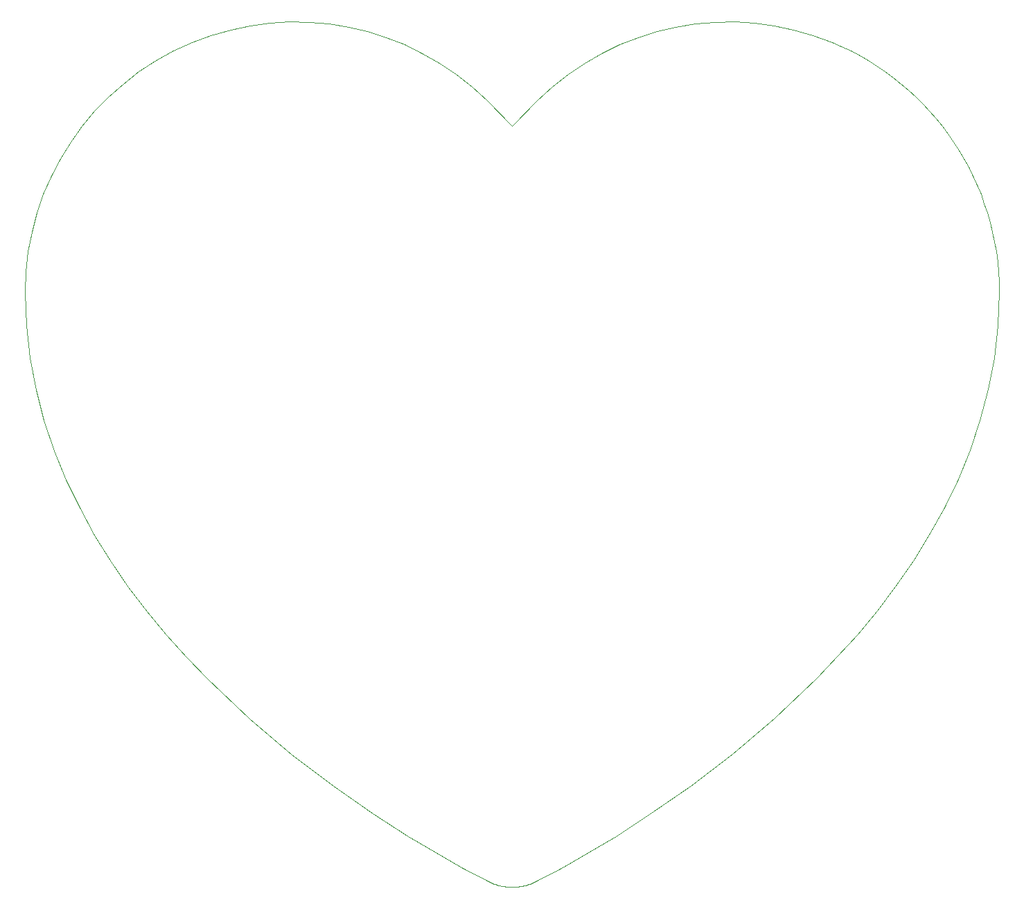
<source format=gbr>
%TF.GenerationSoftware,KiCad,Pcbnew,7.0.9*%
%TF.CreationDate,2025-02-08T08:35:37+01:00*%
%TF.ProjectId,heart,68656172-742e-46b6-9963-61645f706362,rev?*%
%TF.SameCoordinates,Original*%
%TF.FileFunction,Profile,NP*%
%FSLAX46Y46*%
G04 Gerber Fmt 4.6, Leading zero omitted, Abs format (unit mm)*
G04 Created by KiCad (PCBNEW 7.0.9) date 2025-02-08 08:35:37*
%MOMM*%
%LPD*%
G01*
G04 APERTURE LIST*
%TA.AperFunction,Profile*%
%ADD10C,0.100000*%
%TD*%
G04 APERTURE END LIST*
D10*
X178645911Y-48339186D02*
X181056147Y-48659079D01*
X183451766Y-49159444D01*
X185823055Y-49842211D01*
X188160299Y-50709312D01*
X189306077Y-51209426D01*
X190425970Y-51749170D01*
X191519290Y-52327515D01*
X192585350Y-52943431D01*
X193623462Y-53595889D01*
X194632937Y-54283860D01*
X195613089Y-55006313D01*
X196563228Y-55762220D01*
X197482668Y-56550551D01*
X198370721Y-57370276D01*
X199226698Y-58220367D01*
X200049912Y-59099792D01*
X200839675Y-60007524D01*
X201595299Y-60942533D01*
X202316096Y-61903789D01*
X203001379Y-62890262D01*
X203650459Y-63900923D01*
X204262650Y-64934743D01*
X204837262Y-65990693D01*
X205373609Y-67067742D01*
X205871001Y-68164861D01*
X206328753Y-69281022D01*
X206746174Y-70415193D01*
X207122579Y-71566347D01*
X207457279Y-72733452D01*
X207749586Y-73915481D01*
X207998812Y-75111403D01*
X208204270Y-76320189D01*
X208365271Y-77540810D01*
X208481128Y-78772235D01*
X208551153Y-80013436D01*
X208574659Y-81263383D01*
X208418766Y-85334723D01*
X207964066Y-89305059D01*
X207230028Y-93172761D01*
X206236120Y-96936198D01*
X205001810Y-100593740D01*
X203546566Y-104143758D01*
X201889856Y-107584620D01*
X200051150Y-110914698D01*
X198049914Y-114132359D01*
X195905619Y-117235975D01*
X193637731Y-120223915D01*
X191265719Y-123094548D01*
X186287196Y-128477375D01*
X181125796Y-133371414D01*
X175937267Y-137763623D01*
X170877353Y-141640960D01*
X166101802Y-144990384D01*
X161766360Y-147798853D01*
X155038786Y-151740756D01*
X151940601Y-153362335D01*
X151770269Y-153441867D01*
X151597992Y-153516423D01*
X151423880Y-153585979D01*
X151248043Y-153650510D01*
X151070590Y-153709991D01*
X150891632Y-153764396D01*
X150711278Y-153813701D01*
X150529639Y-153857881D01*
X150346823Y-153896910D01*
X150162942Y-153930764D01*
X149978104Y-153959417D01*
X149792420Y-153982845D01*
X149606000Y-154001023D01*
X149418953Y-154013925D01*
X149231390Y-154021527D01*
X149043420Y-154023803D01*
X149043420Y-154023792D01*
X148855869Y-154021343D01*
X148668728Y-154013591D01*
X148482105Y-154000563D01*
X148296109Y-153982282D01*
X148110851Y-153958775D01*
X147926438Y-153930065D01*
X147742981Y-153896178D01*
X147560587Y-153857139D01*
X147379367Y-153812972D01*
X147199429Y-153763704D01*
X147020883Y-153709358D01*
X146843837Y-153649960D01*
X146668401Y-153585535D01*
X146494684Y-153516107D01*
X146322795Y-153441703D01*
X146152843Y-153362346D01*
X143056275Y-151751341D01*
X136328844Y-147827688D01*
X131993041Y-145029553D01*
X127216907Y-141690374D01*
X122156237Y-137822527D01*
X116966824Y-133438385D01*
X111804464Y-128550319D01*
X109282114Y-125921182D01*
X106824951Y-123170705D01*
X104452448Y-120300433D01*
X102184080Y-117311914D01*
X100039321Y-114206695D01*
X98037646Y-110986321D01*
X96198529Y-107652340D01*
X94541444Y-104206298D01*
X93085865Y-100649742D01*
X91851268Y-96984218D01*
X90857125Y-93211274D01*
X90122913Y-89332456D01*
X89668104Y-85349310D01*
X89512173Y-81263383D01*
X89605672Y-78772312D01*
X89882498Y-76320331D01*
X90337151Y-73915676D01*
X90964127Y-71566584D01*
X91757923Y-69281292D01*
X92713038Y-67068036D01*
X93823968Y-64935052D01*
X95085211Y-62890577D01*
X96491265Y-60942848D01*
X98036626Y-59100101D01*
X99715793Y-57370572D01*
X101523263Y-55762498D01*
X103453533Y-54284116D01*
X105501102Y-52943662D01*
X107660465Y-51749372D01*
X109926121Y-50709484D01*
X112263351Y-49842351D01*
X114634630Y-49159552D01*
X117030243Y-48659156D01*
X119440474Y-48339230D01*
X121855610Y-48197844D01*
X124265935Y-48233066D01*
X126661734Y-48442966D01*
X129033292Y-48825612D01*
X131370896Y-49379073D01*
X133664829Y-50101419D01*
X135905377Y-50990717D01*
X138082825Y-52045036D01*
X140187459Y-53262447D01*
X142209563Y-54641016D01*
X144139422Y-56178814D01*
X145967323Y-57873908D01*
X149043420Y-60950000D01*
X152119197Y-57874217D01*
X153947075Y-56179099D01*
X155876914Y-54641276D01*
X157898999Y-53262680D01*
X160003615Y-52045242D01*
X162181049Y-50990893D01*
X164421584Y-50101565D01*
X166715506Y-49379189D01*
X169053101Y-48825697D01*
X171424654Y-48443019D01*
X173820450Y-48233087D01*
X176230773Y-48197832D01*
X178645911Y-48339186D01*
M02*

</source>
